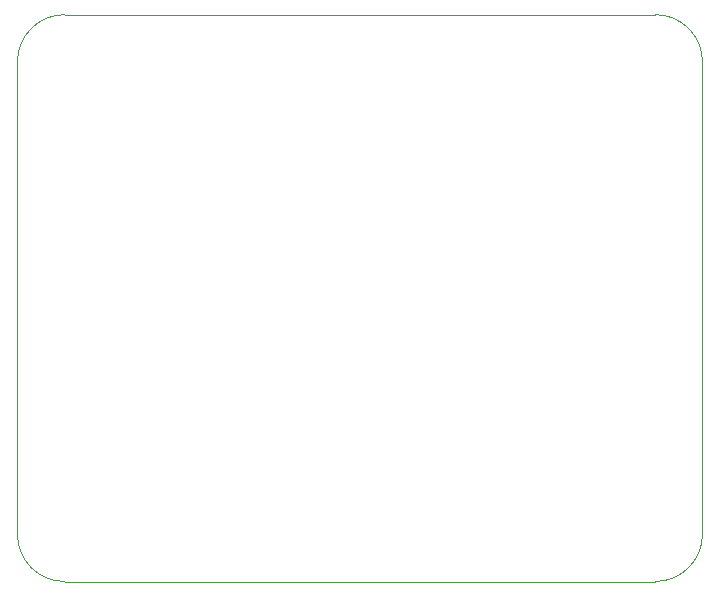
<source format=gbr>
%TF.GenerationSoftware,KiCad,Pcbnew,7.0.10-7.0.10~ubuntu22.04.1*%
%TF.CreationDate,2024-02-27T10:58:37+01:00*%
%TF.ProjectId,KiCAD,4b694341-442e-46b6-9963-61645f706362,rev?*%
%TF.SameCoordinates,Original*%
%TF.FileFunction,Profile,NP*%
%FSLAX46Y46*%
G04 Gerber Fmt 4.6, Leading zero omitted, Abs format (unit mm)*
G04 Created by KiCad (PCBNEW 7.0.10-7.0.10~ubuntu22.04.1) date 2024-02-27 10:58:37*
%MOMM*%
%LPD*%
G01*
G04 APERTURE LIST*
%TA.AperFunction,Profile*%
%ADD10C,0.050000*%
%TD*%
G04 APERTURE END LIST*
D10*
X80000000Y-36000000D02*
X130000000Y-36000000D01*
X130000000Y-84000000D02*
X80000000Y-84000000D01*
X134000000Y-40000000D02*
X134000000Y-80000000D01*
X76000000Y-80000000D02*
X76000000Y-40000000D01*
X76000000Y-80000000D02*
G75*
G03*
X80000000Y-84000000I4000000J0D01*
G01*
X130000000Y-84000000D02*
G75*
G03*
X134000000Y-80000000I0J4000000D01*
G01*
X134000000Y-40000000D02*
G75*
G03*
X130000000Y-36000000I-4000000J0D01*
G01*
X80000000Y-36000000D02*
G75*
G03*
X76000000Y-40000000I0J-4000000D01*
G01*
M02*

</source>
